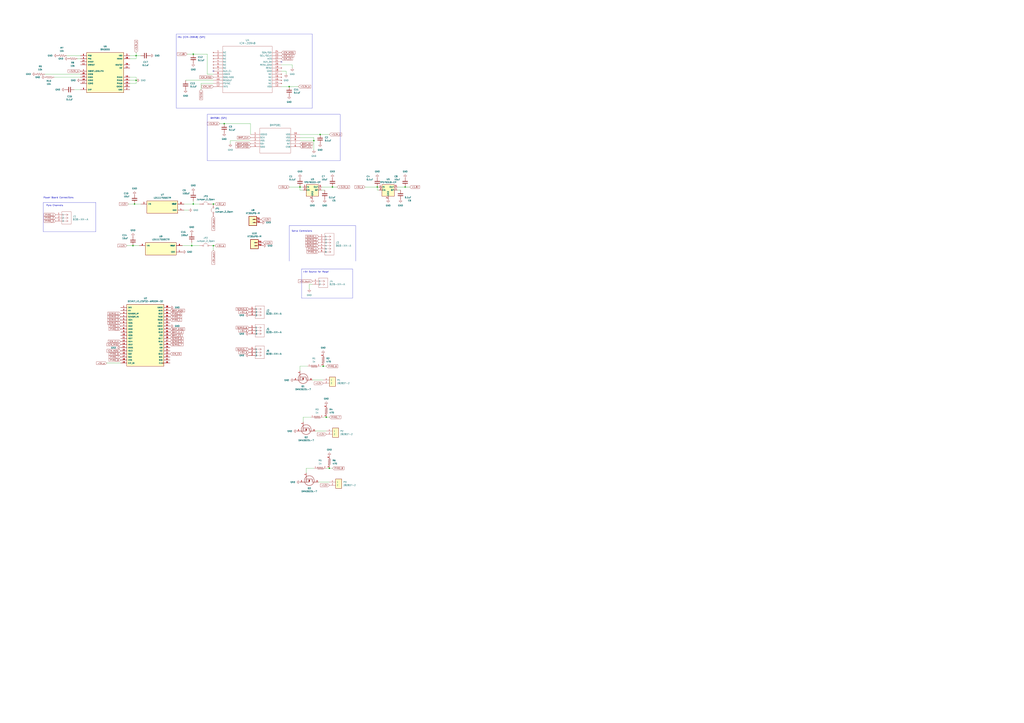
<source format=kicad_sch>
(kicad_sch (version 20250114) (generator "eeschema") (generator_version "9.0")
  (paper "A1")
  (rectangle (start 35.56 166.37) (end 78.74 190.5))
  (rectangle (start 247.65 220.98) (end 289.56 245.11))
  (rectangle (start 170.18 93.98) (end 279.4 132.08))
  (rectangle (start 144.78 27.94) (end 256.54 88.9))
  (text "+5V Source for Raspi" (at 259.334 223.52 0) (effects (font (size 1.27 1.27))))
  (text "Pyro Channels" (at 44.958 168.91 0) (effects (font (size 1.27 1.27))))
  (text "BMP581 (SPI)" (at 179.578 97.282 0) (effects (font (size 1.27 1.27))))
  (text "IMU (ICM-20948) (SPI)" (at 157.226 30.734 0) (effects (font (size 1.27 1.27))))
  (text "Power Board Connections" (at 48.006 162.56 0) (effects (font (size 1.27 1.27))))
  (text "Servo Controllers" (at 247.904 189.992 0) (effects (font (size 1.27 1.27))))
  (junction (at 111.76 66.04))
  (junction (at 309.88 153.67))
  (junction (at 111.76 45.72))
  (junction (at 109.22 201.93))
  (junction (at 257.81 115.57))
  (junction (at 237.49 71.12))
  (junction (at 262.89 110.49))
  (junction (at 158.75 44.45))
  (junction (at 332.74 153.67))
  (junction (at 157.48 201.93))
  (junction (at 175.26 167.64))
  (junction (at 265.43 300.99))
  (junction (at 246.38 153.67))
  (junction (at 110.49 167.64))
  (junction (at 273.05 153.67))
  (junction (at 267.97 342.9))
  (junction (at 184.15 101.6))
  (junction (at 175.26 201.93))
  (junction (at 158.75 167.64))
  (junction (at 270.51 384.81))
  (no_connect (at 175.26 58.42))
  (no_connect (at 231.14 50.8))
  (wire (pts (xy 237.49 153.67) (xy 246.38 153.67)))
  (wire (pts (xy 205.74 115.57) (xy 189.23 115.57)))
  (wire (pts (xy 104.14 201.93) (xy 109.22 201.93)))
  (wire (pts (xy 170.18 44.45) (xy 170.18 60.96)))
  (wire (pts (xy 158.75 167.64) (xy 163.83 167.64)))
  (wire (pts (xy 106.68 68.58) (xy 111.76 68.58)))
  (wire (pts (xy 246.38 110.49) (xy 262.89 110.49)))
  (wire (pts (xy 111.76 66.04) (xy 111.76 68.58)))
  (wire (pts (xy 175.26 68.58) (xy 165.1 68.58)))
  (wire (pts (xy 257.81 384.81) (xy 251.46 384.81)))
  (wire (pts (xy 109.22 201.93) (xy 114.3 201.93)))
  (wire (pts (xy 60.96 73.66) (xy 66.04 73.66)))
  (wire (pts (xy 262.89 110.49) (xy 270.51 110.49)))
  (wire (pts (xy 254 237.49) (xy 254 233.68)))
  (wire (pts (xy 158.75 165.1) (xy 158.75 167.64)))
  (polyline (pts (xy 292.1 214.63) (xy 292.1 185.42)))
  (wire (pts (xy 267.97 342.9) (xy 270.51 342.9)))
  (wire (pts (xy 36.83 60.96) (xy 66.04 60.96)))
  (wire (pts (xy 115.57 45.72) (xy 111.76 45.72)))
  (wire (pts (xy 311.15 156.21) (xy 309.88 156.21)))
  (wire (pts (xy 184.15 101.6) (xy 205.74 101.6)))
  (polyline (pts (xy 237.49 185.42) (xy 237.49 214.63)))
  (wire (pts (xy 175.26 201.93) (xy 175.26 205.74)))
  (wire (pts (xy 332.74 153.67) (xy 326.39 153.67)))
  (wire (pts (xy 265.43 300.99) (xy 267.97 300.99)))
  (wire (pts (xy 189.23 115.57) (xy 189.23 118.11)))
  (wire (pts (xy 336.55 153.67) (xy 332.74 153.67)))
  (wire (pts (xy 246.38 300.99) (xy 246.38 304.8)))
  (wire (pts (xy 106.68 63.5) (xy 111.76 63.5)))
  (wire (pts (xy 267.97 384.81) (xy 270.51 384.81)))
  (wire (pts (xy 111.76 48.26) (xy 111.76 45.72)))
  (wire (pts (xy 173.99 201.93) (xy 175.26 201.93)))
  (wire (pts (xy 252.73 300.99) (xy 246.38 300.99)))
  (wire (pts (xy 111.76 63.5) (xy 111.76 66.04)))
  (wire (pts (xy 157.48 201.93) (xy 163.83 201.93)))
  (wire (pts (xy 257.81 115.57) (xy 257.81 123.19)))
  (wire (pts (xy 273.05 153.67) (xy 276.86 153.67)))
  (wire (pts (xy 231.14 53.34) (xy 240.03 53.34)))
  (wire (pts (xy 256.54 312.42) (xy 265.43 312.42)))
  (wire (pts (xy 231.14 71.12) (xy 237.49 71.12)))
  (wire (pts (xy 153.67 44.45) (xy 158.75 44.45)))
  (wire (pts (xy 87.63 298.45) (xy 99.06 298.45)))
  (wire (pts (xy 105.41 167.64) (xy 110.49 167.64)))
  (wire (pts (xy 106.68 48.26) (xy 111.76 48.26)))
  (wire (pts (xy 248.92 156.21) (xy 246.38 156.21)))
  (wire (pts (xy 106.68 66.04) (xy 111.76 66.04)))
  (wire (pts (xy 205.74 110.49) (xy 205.74 101.6)))
  (wire (pts (xy 149.86 201.93) (xy 157.48 201.93)))
  (wire (pts (xy 246.38 156.21) (xy 246.38 153.67)))
  (wire (pts (xy 326.39 156.21) (xy 328.93 156.21)))
  (wire (pts (xy 44.45 63.5) (xy 66.04 63.5)))
  (wire (pts (xy 234.95 58.42) (xy 234.95 60.96)))
  (wire (pts (xy 151.13 172.72) (xy 154.94 172.72)))
  (wire (pts (xy 231.14 58.42) (xy 234.95 58.42)))
  (wire (pts (xy 157.48 199.39) (xy 157.48 201.93)))
  (wire (pts (xy 175.26 167.64) (xy 176.53 167.64)))
  (wire (pts (xy 246.38 153.67) (xy 248.92 153.67)))
  (wire (pts (xy 63.5 48.26) (xy 66.04 48.26)))
  (wire (pts (xy 259.08 354.33) (xy 267.97 354.33)))
  (wire (pts (xy 309.88 153.67) (xy 311.15 153.67)))
  (wire (pts (xy 251.46 384.81) (xy 251.46 388.62)))
  (wire (pts (xy 111.76 45.72) (xy 111.76 43.18)))
  (wire (pts (xy 170.18 60.96) (xy 175.26 60.96)))
  (wire (pts (xy 180.34 101.6) (xy 184.15 101.6)))
  (wire (pts (xy 246.38 115.57) (xy 257.81 115.57)))
  (wire (pts (xy 240.03 53.34) (xy 240.03 55.88)))
  (polyline (pts (xy 292.1 185.42) (xy 237.49 185.42)))
  (wire (pts (xy 175.26 201.93) (xy 176.53 201.93)))
  (wire (pts (xy 262.89 300.99) (xy 265.43 300.99)))
  (wire (pts (xy 270.51 384.81) (xy 273.05 384.81)))
  (wire (pts (xy 261.62 396.24) (xy 270.51 396.24)))
  (wire (pts (xy 173.99 167.64) (xy 175.26 167.64)))
  (wire (pts (xy 255.27 342.9) (xy 248.92 342.9)))
  (wire (pts (xy 152.4 66.04) (xy 175.26 66.04)))
  (wire (pts (xy 106.68 45.72) (xy 111.76 45.72)))
  (wire (pts (xy 248.92 342.9) (xy 248.92 346.71)))
  (wire (pts (xy 246.38 113.03) (xy 257.81 113.03)))
  (wire (pts (xy 110.49 167.64) (xy 115.57 167.64)))
  (wire (pts (xy 264.16 153.67) (xy 273.05 153.67)))
  (wire (pts (xy 257.81 113.03) (xy 257.81 115.57)))
  (wire (pts (xy 151.13 167.64) (xy 158.75 167.64)))
  (wire (pts (xy 265.43 342.9) (xy 267.97 342.9)))
  (wire (pts (xy 165.1 68.58) (xy 165.1 73.66)))
  (wire (pts (xy 237.49 71.12) (xy 245.11 71.12)))
  (wire (pts (xy 264.16 156.21) (xy 266.7 156.21)))
  (wire (pts (xy 299.72 153.67) (xy 309.88 153.67)))
  (wire (pts (xy 309.88 156.21) (xy 309.88 153.67)))
  (wire (pts (xy 254 233.68) (xy 256.54 233.68)))
  (wire (pts (xy 54.61 45.72) (xy 66.04 45.72)))
  (wire (pts (xy 158.75 44.45) (xy 170.18 44.45)))
  (global_label "+12V" (shape input) (at 265.43 314.96 180) (property "Intersheetrefs" "${INTERSHEET_REFS}" (effects (hide yes))))
  (global_label "+3.3V_b" (shape input) (at 66.04 58.42 180) (property "Intersheetrefs" "${INTERSHEET_REFS}" (effects (hide yes))))
  (global_label "ICM_CS" (shape input) (at 139.7 290.83 0) (property "Intersheetrefs" "${INTERSHEET_REFS}" (effects (hide yes))))
  (global_label "ICM_MISO" (shape input) (at 99.06 283.21 180) (property "Intersheetrefs" "${INTERSHEET_REFS}" (effects (hide yes))))
  (global_label "SERVO_2" (shape input) (at 261.62 196.85 180) (property "Intersheetrefs" "${INTERSHEET_REFS}" (effects (hide yes))))
  (global_label "+3.3V_b" (shape input) (at 111.76 43.18 90) (property "Intersheetrefs" "${INTERSHEET_REFS}" (effects (hide yes))))
  (global_label "PYRO_8" (shape input) (at 273.05 384.81 0) (property "Intersheetrefs" "${INTERSHEET_REFS}" (effects (hide yes))))
  (global_label "+5V_buck" (shape input) (at 175.26 177.8 270) (property "Intersheetrefs" "${INTERSHEET_REFS}" (effects (hide yes))))
  (global_label "BMP_MISO" (shape input) (at 139.7 270.51 0) (property "Intersheetrefs" "${INTERSHEET_REFS}" (effects (hide yes))))
  (global_label "+5V_b" (shape input) (at 237.49 153.67 180) (property "Intersheetrefs" "${INTERSHEET_REFS}" (effects (hide yes))))
  (global_label "ICM_MOSI" (shape input) (at 99.06 288.29 180) (property "Intersheetrefs" "${INTERSHEET_REFS}" (effects (hide yes))))
  (global_label "+5V_b" (shape input) (at 299.72 153.67 180) (property "Intersheetrefs" "${INTERSHEET_REFS}" (effects (hide yes))))
  (global_label "PYRO_6" (shape input) (at 99.06 290.83 180) (property "Intersheetrefs" "${INTERSHEET_REFS}" (effects (hide yes))))
  (global_label "PYRO_1" (shape input) (at 139.7 262.89 0) (property "Intersheetrefs" "${INTERSHEET_REFS}" (effects (hide yes))))
  (global_label "BMP_CLK" (shape input) (at 139.7 273.05 0) (property "Intersheetrefs" "${INTERSHEET_REFS}" (effects (hide yes))))
  (global_label "PYRO_7" (shape input) (at 270.51 342.9 0) (property "Intersheetrefs" "${INTERSHEET_REFS}" (effects (hide yes))))
  (global_label "ICM_MOSI" (shape input) (at 231.14 43.18 0) (property "Intersheetrefs" "${INTERSHEET_REFS}" (effects (hide yes))))
  (global_label "BMP_MISO" (shape input) (at 205.74 120.65 180) (property "Intersheetrefs" "${INTERSHEET_REFS}" (effects (hide yes))))
  (global_label "+3.3V_b" (shape input) (at 270.51 110.49 0) (property "Intersheetrefs" "${INTERSHEET_REFS}" (effects (hide yes))))
  (global_label "FSYNC" (shape input) (at 165.1 73.66 270) (property "Intersheetrefs" "${INTERSHEET_REFS}" (effects (hide yes))))
  (global_label "PYRO_2" (shape input) (at 139.7 260.35 0) (property "Intersheetrefs" "${INTERSHEET_REFS}" (effects (hide yes))))
  (global_label "ICM_CLK" (shape input) (at 99.06 280.67 180) (property "Intersheetrefs" "${INTERSHEET_REFS}" (effects (hide yes))))
  (global_label "+3.3V_b" (shape input) (at 180.34 101.6 180) (property "Intersheetrefs" "${INTERSHEET_REFS}" (effects (hide yes))))
  (global_label "PYRO_2" (shape input) (at 45.72 179.07 180) (property "Intersheetrefs" "${INTERSHEET_REFS}" (effects (hide yes))))
  (global_label "+12V" (shape input) (at 104.14 201.93 180) (property "Intersheetrefs" "${INTERSHEET_REFS}" (effects (hide yes))))
  (global_label "+5V_buck" (shape input) (at 256.54 231.14 180) (property "Intersheetrefs" "${INTERSHEET_REFS}" (effects (hide yes))))
  (global_label "SERVO_7" (shape input) (at 139.7 283.21 0) (property "Intersheetrefs" "${INTERSHEET_REFS}" (effects (hide yes))))
  (global_label "+5V_a" (shape input) (at 87.63 298.45 180) (property "Intersheetrefs" "${INTERSHEET_REFS}" (effects (hide yes))))
  (global_label "+12V" (shape input) (at 215.9 199.39 0) (property "Intersheetrefs" "${INTERSHEET_REFS}" (effects (hide yes))))
  (global_label "PYRO_1" (shape input) (at 45.72 176.53 180) (property "Intersheetrefs" "${INTERSHEET_REFS}" (effects (hide yes))))
  (global_label "ICM_CLK" (shape input) (at 231.14 45.72 0) (property "Intersheetrefs" "${INTERSHEET_REFS}" (effects (hide yes))))
  (global_label "PYRO_5" (shape input) (at 261.62 207.01 180) (property "Intersheetrefs" "${INTERSHEET_REFS}" (effects (hide yes))))
  (global_label "+12V" (shape input) (at 270.51 398.78 180) (property "Intersheetrefs" "${INTERSHEET_REFS}" (effects (hide yes))))
  (global_label "PYRO_3" (shape input) (at 45.72 181.61 180) (property "Intersheetrefs" "${INTERSHEET_REFS}" (effects (hide yes))))
  (global_label "+5V_buck" (shape input) (at 175.26 205.74 270) (property "Intersheetrefs" "${INTERSHEET_REFS}" (effects (hide yes))))
  (global_label "+5V_b" (shape input) (at 204.47 271.78 180) (property "Intersheetrefs" "${INTERSHEET_REFS}" (effects (hide yes))))
  (global_label "PYRO_3" (shape input) (at 139.7 257.81 0) (property "Intersheetrefs" "${INTERSHEET_REFS}" (effects (hide yes))))
  (global_label "BMP_MOSI" (shape input) (at 139.7 255.27 0) (property "Intersheetrefs" "${INTERSHEET_REFS}" (effects (hide yes))))
  (global_label "ICM_INT" (shape input) (at 175.26 71.12 180) (property "Intersheetrefs" "${INTERSHEET_REFS}" (effects (hide yes))))
  (global_label "+3.3V_b" (shape input) (at 276.86 153.67 0) (property "Intersheetrefs" "${INTERSHEET_REFS}" (effects (hide yes))))
  (global_label "SERVO_5" (shape input) (at 139.7 280.67 0) (property "Intersheetrefs" "${INTERSHEET_REFS}" (effects (hide yes))))
  (global_label "BMP_INT" (shape input) (at 246.38 118.11 0) (property "Intersheetrefs" "${INTERSHEET_REFS}" (effects (hide yes))))
  (global_label "SERVO_6" (shape input) (at 139.7 278.13 0) (property "Intersheetrefs" "${INTERSHEET_REFS}" (effects (hide yes))))
  (global_label "+5V_b" (shape input) (at 204.47 289.56 180) (property "Intersheetrefs" "${INTERSHEET_REFS}" (effects (hide yes))))
  (global_label "ICM_MISO" (shape input) (at 175.26 63.5 180) (property "Intersheetrefs" "${INTERSHEET_REFS}" (effects (hide yes))))
  (global_label "SERVO_1" (shape input) (at 261.62 194.31 180) (property "Intersheetrefs" "${INTERSHEET_REFS}" (effects (hide yes))))
  (global_label "+3.3V_b" (shape input) (at 245.11 71.12 0) (property "Intersheetrefs" "${INTERSHEET_REFS}" (effects (hide yes))))
  (global_label "+5V_b" (shape input) (at 176.53 201.93 0) (property "Intersheetrefs" "${INTERSHEET_REFS}" (effects (hide yes))))
  (global_label "SERVO_6" (shape input) (at 204.47 269.24 180) (property "Intersheetrefs" "${INTERSHEET_REFS}" (effects (hide yes))))
  (global_label "SERVO_3" (shape input) (at 99.06 262.89 180) (property "Intersheetrefs" "${INTERSHEET_REFS}" (effects (hide yes))))
  (global_label "PYRO_5" (shape input) (at 99.06 270.51 180) (property "Intersheetrefs" "${INTERSHEET_REFS}" (effects (hide yes))))
  (global_label "+1.8V" (shape input) (at 153.67 44.45 180) (property "Intersheetrefs" "${INTERSHEET_REFS}" (effects (hide yes))))
  (global_label "SERVO_1" (shape input) (at 99.06 257.81 180) (property "Intersheetrefs" "${INTERSHEET_REFS}" (effects (hide yes))))
  (global_label "SERVO_3" (shape input) (at 261.62 199.39 180) (property "Intersheetrefs" "${INTERSHEET_REFS}" (effects (hide yes))))
  (global_label "SERVO_2" (shape input) (at 99.06 260.35 180) (property "Intersheetrefs" "${INTERSHEET_REFS}" (effects (hide yes))))
  (global_label "PYRO_7" (shape input) (at 99.06 293.37 180) (property "Intersheetrefs" "${INTERSHEET_REFS}" (effects (hide yes))))
  (global_label "+12V" (shape input) (at 105.41 167.64 180) (property "Intersheetrefs" "${INTERSHEET_REFS}" (effects (hide yes))))
  (global_label "SERVO_5" (shape input) (at 204.47 254 180) (property "Intersheetrefs" "${INTERSHEET_REFS}" (effects (hide yes))))
  (global_label "+5V_b" (shape input) (at 204.47 256.54 180) (property "Intersheetrefs" "${INTERSHEET_REFS}" (effects (hide yes))))
  (global_label "+1.8V" (shape input) (at 336.55 153.67 0) (property "Intersheetrefs" "${INTERSHEET_REFS}" (effects (hide yes))))
  (global_label "ICM_CS" (shape input) (at 231.14 48.26 0) (property "Intersheetrefs" "${INTERSHEET_REFS}" (effects (hide yes))))
  (global_label "BMP_CLK" (shape input) (at 205.74 113.03 180) (property "Intersheetrefs" "${INTERSHEET_REFS}" (effects (hide yes))))
  (global_label "PYRO_4" (shape input) (at 99.06 267.97 180) (property "Intersheetrefs" "${INTERSHEET_REFS}" (effects (hide yes))))
  (global_label "PYRO_4" (shape input) (at 261.62 204.47 180) (property "Intersheetrefs" "${INTERSHEET_REFS}" (effects (hide yes))))
  (global_label "PYRO_8" (shape input) (at 99.06 295.91 180) (property "Intersheetrefs" "${INTERSHEET_REFS}" (effects (hide yes))))
  (global_label "+12V" (shape input) (at 267.97 356.87 180) (property "Intersheetrefs" "${INTERSHEET_REFS}" (effects (hide yes))))
  (global_label "SERVO_7" (shape input) (at 204.47 287.02 180) (property "Intersheetrefs" "${INTERSHEET_REFS}" (effects (hide yes))))
  (global_label "+5V_a" (shape input) (at 176.53 167.64 0) (property "Intersheetrefs" "${INTERSHEET_REFS}" (effects (hide yes))))
  (global_label "+12V" (shape input) (at 214.63 180.34 0) (property "Intersheetrefs" "${INTERSHEET_REFS}" (effects (hide yes))))
  (global_label "SERVO_4" (shape input) (at 261.62 201.93 180) (property "Intersheetrefs" "${INTERSHEET_REFS}" (effects (hide yes))))
  (global_label "BMP_CS" (shape input) (at 139.7 275.59 0) (property "Intersheetrefs" "${INTERSHEET_REFS}" (effects (hide yes))))
  (global_label "BMP_CS" (shape input) (at 246.38 120.65 0) (property "Intersheetrefs" "${INTERSHEET_REFS}" (effects (hide yes))))
  (global_label "PYRO_6" (shape input) (at 267.97 300.99 0) (property "Intersheetrefs" "${INTERSHEET_REFS}" (effects (hide yes))))
  (global_label "SERVO_4" (shape input) (at 99.06 265.43 180) (property "Intersheetrefs" "${INTERSHEET_REFS}" (effects (hide yes))))
  (global_label "BMP_MOSI" (shape input) (at 205.74 118.11 180) (property "Intersheetrefs" "${INTERSHEET_REFS}" (effects (hide yes))))
  (symbol (lib_id "Device:C") (at 110.49 163.83 0) (unit 1)
    (property "Reference" "C10" (at 101.6 159.004 0) (effects (justify left)))
    (property "Value" "10uF" (at 101.6 161.544 0) (effects (justify left)))
    (property "Footprint" "Capacitors:C_0805_2012Metric_Pad1.18x1.45mm_HandSolder" (effects (hide yes)))
    (property "Description" "Unpolarized capacitor" (effects (hide yes)))
  )
  (symbol (lib_id "Jumper:Jumper_2_Open") (at 175.26 172.72 90) (unit 1)
    (property "Reference" "JP1" (at 176.53 171.4499 90) (effects (justify right)))
    (property "Value" "Jumper_2_Open" (at 176.53 173.9899 90) (effects (justify right)))
    (property "Footprint" "Jumper:SolderJumper-2_P1.3mm_Open_RoundedPad1.0x1.5mm" (effects (hide yes)))
    (property "Description" "Jumper, 2-pole, open" (effects (hide yes)))
  )
  (symbol (lib_id "power:GND") (at 254 237.49 0) (unit 1)
    (property "Reference" "#PWR044" (effects (hide yes)))
    (property "Value" "GND" (at 254 242.57 0))
    (property "Description" "Power symbol creates a global label with name \"GND\" , ground" (effects (hide yes)))
  )
  (symbol (lib_id "power:GND") (at 243.84 354.33 270) (unit 1)
    (property "Reference" "#PWR056" (effects (hide yes)))
    (property "Value" "GND" (at 240.03 354.3299 90) (effects (justify right)))
    (property "Description" "Power symbol creates a global label with name \"GND\" , ground" (effects (hide yes)))
  )
  (symbol (lib_id "power:GND") (at 66.04 66.04 270) (unit 1)
    (property "Reference" "#PWR061" (effects (hide yes)))
    (property "Value" "GND" (at 62.23 66.0399 90) (effects (justify right)))
    (property "Description" "Power symbol creates a global label with name \"GND\" , ground" (effects (hide yes)))
  )
  (symbol (lib_id "Device:C") (at 309.88 149.86 0) (unit 1)
    (property "Reference" "C4" (at 300.99 145.034 0) (effects (justify left)))
    (property "Value" "0.1uF" (at 300.99 147.574 0) (effects (justify left)))
    (property "Footprint" "Capacitors:C_0805_2012Metric_Pad1.18x1.45mm_HandSolder" (effects (hide yes)))
    (property "Description" "Unpolarized capacitor" (effects (hide yes)))
  )
  (symbol (lib_id "2025-01-02_04-55-45:B6B-XH-A") (at 261.62 194.31 0) (unit 1)
    (property "Reference" "J3" (at 275.59 199.3899 0) (effects (font (size 1.524 1.524)) (justify left)))
    (property "Value" "B6B-XH-A" (at 275.59 201.9299 0) (effects (font (size 1.524 1.524)) (justify left)))
    (property "Footprint" "Connector_JST:JST_XH_B6B-XH-A_1x06_P2.50mm_Vertical" (effects (hide yes)))
    (property "Datasheet" "B6B-XH-A" (effects (hide yes)))
  )
  (symbol (lib_id "DMN3023L-7:DMN3023L-7") (at 248.92 309.88 270) (unit 1)
    (property "Reference" "Q1" (at 248.92 317.5 90))
    (property "Value" "DMN3023L-7" (at 248.92 320.04 90))
    (property "Footprint" "FETS:SOT96P240X100-3N" (effects (hide yes)))
    (property "MF" "Diodes Incorporated" (effects (hide yes)))
    (property "DESCRIPTION" "MOSFET N-CH 30V 6.2A SOT23" (effects (hide yes)))
    (property "Package" "None" (effects (hide yes)))
    (property "SUPPLIER_PART_NUMBER" "DMN3023L-7DICT-ND" (effects (hide yes)))
    (property "Price" "None" (effects (hide yes)))
    (property "Check_prices" "https://www.snapeda.com/parts/DMN3023L7/Diodes+Inc./view-part/?ref=eda" (effects (hide yes)))
    (property "VALUE" "DMN3023L-7" (effects (hide yes)))
    (property "SUPPLIER" "Digikey" (effects (hide yes)))
    (property "SnapEDA_Link" "https://www.snapeda.com/parts/DMN3023L7/Diodes+Inc./view-part/?ref=snap" (effects (hide yes)))
    (property "MP" "DMN3023L7" (effects (hide yes)))
    (property "FOOTPRINT" "SOT23" (effects (hide yes)))
    (property "Description_1" "N-Channel 30 V 6.2A (Ta) 900mW (Ta) Surface Mount SOT-23-3" (effects (hide yes)))
    (property "Availability" "In Stock" (effects (hide yes)))
    (property "MANUFACTURER_PART_NUMBER" "DMN3023L-7" (effects (hide yes)))
  )
  (symbol (lib_id "2025-01-04_00-10-29:BMP581") (at 205.74 110.49 0) (unit 1)
    (property "Reference" "U1" (effects (hide yes)))
    (property "Value" "BMP581" (at 226.06 102.87 0) (effects (font (size 1.524 1.524))))
    (property "Footprint" "footprints:QFN10_BMP581_BOS" (effects (hide yes)))
    (property "Datasheet" "BMP581" (effects (hide yes)))
  )
  (symbol (lib_id "DMN3023L-7:DMN3023L-7") (at 251.46 351.79 270) (unit 1)
    (property "Reference" "Q2" (at 251.46 359.41 90))
    (property "Value" "DMN3023L-7" (at 251.46 361.95 90))
    (property "Footprint" "FETS:SOT96P240X100-3N" (effects (hide yes)))
    (property "MF" "Diodes Incorporated" (effects (hide yes)))
    (property "DESCRIPTION" "MOSFET N-CH 30V 6.2A SOT23" (effects (hide yes)))
    (property "Package" "None" (effects (hide yes)))
    (property "SUPPLIER_PART_NUMBER" "DMN3023L-7DICT-ND" (effects (hide yes)))
    (property "Price" "None" (effects (hide yes)))
    (property "Check_prices" "https://www.snapeda.com/parts/DMN3023L7/Diodes+Inc./view-part/?ref=eda" (effects (hide yes)))
    (property "VALUE" "DMN3023L-7" (effects (hide yes)))
    (property "SUPPLIER" "Digikey" (effects (hide yes)))
    (property "SnapEDA_Link" "https://www.snapeda.com/parts/DMN3023L7/Diodes+Inc./view-part/?ref=snap" (effects (hide yes)))
    (property "MP" "DMN3023L7" (effects (hide yes)))
    (property "FOOTPRINT" "SOT23" (effects (hide yes)))
    (property "Description_1" "N-Channel 30 V 6.2A (Ta) 900mW (Ta) Surface Mount SOT-23-3" (effects (hide yes)))
    (property "Availability" "In Stock" (effects (hide yes)))
    (property "MANUFACTURER_PART_NUMBER" "DMN3023L-7" (effects (hide yes)))
  )
  (symbol (lib_id "2025-01-01_02-21-05:B3B-XH-A") (at 45.72 176.53 0) (unit 1)
    (property "Reference" "J1" (at 59.69 177.7999 0) (effects (font (size 1.524 1.524)) (justify left)))
    (property "Value" "B3B-XH-A" (at 59.69 180.3399 0) (effects (font (size 1.524 1.524)) (justify left)))
    (property "Footprint" "B3B:CONN_B3B-XH-A_JST" (effects (hide yes)))
    (property "Datasheet" "B3B-XH-A" (effects (hide yes)))
  )
  (symbol (lib_id "Device:C") (at 246.38 149.86 0) (unit 1)
    (property "Reference" "C1" (at 237.49 145.034 0) (effects (justify left)))
    (property "Value" "0.1uF" (at 237.49 147.574 0) (effects (justify left)))
    (property "Footprint" "Capacitors:C_0805_2012Metric_Pad1.18x1.45mm_HandSolder" (effects (hide yes)))
    (property "Description" "Unpolarized capacitor" (effects (hide yes)))
  )
  (symbol (lib_id "Device:C") (at 109.22 198.12 0) (unit 1)
    (property "Reference" "C14" (at 100.33 193.294 0) (effects (justify left)))
    (property "Value" "10uF" (at 100.33 195.834 0) (effects (justify left)))
    (property "Footprint" "Capacitors:C_0805_2012Metric_Pad1.18x1.45mm_HandSolder" (effects (hide yes)))
    (property "Description" "Unpolarized capacitor" (effects (hide yes)))
  )
  (symbol (lib_id "power:GND") (at 204.47 259.08 270) (unit 1)
    (property "Reference" "#PWR053" (effects (hide yes)))
    (property "Value" "GND" (at 200.66 259.0799 90) (effects (justify right)))
    (property "Description" "Power symbol creates a global label with name \"GND\" , ground" (effects (hide yes)))
  )
  (symbol (lib_id "Device:R_US") (at 59.69 48.26 270) (unit 1)
    (property "Reference" "R8" (at 59.69 51.562 90))
    (property "Value" "10k" (at 59.69 54.102 90))
    (property "Description" "Resistor, US symbol" (effects (hide yes)))
  )
  (symbol (lib_id "power:GND") (at 309.88 146.05 180) (unit 1)
    (property "Reference" "#PWR011" (effects (hide yes)))
    (property "Value" "GND" (at 309.88 140.97 0))
    (property "Description" "Power symbol creates a global label with name \"GND\" , ground" (effects (hide yes)))
  )
  (symbol (lib_id "power:GND") (at 267.97 332.74 180) (unit 1)
    (property "Reference" "#PWR057" (effects (hide yes)))
    (property "Value" "GND" (at 267.97 327.66 0))
    (property "Description" "Power symbol creates a global label with name \"GND\" , ground" (effects (hide yes)))
  )
  (symbol (lib_id "power:GND") (at 149.86 207.01 90) (unit 1)
    (property "Reference" "#PWR019" (effects (hide yes)))
    (property "Value" "GND" (at 153.67 207.0099 90) (effects (justify right)))
    (property "Description" "Power symbol creates a global label with name \"GND\" , ground" (effects (hide yes)))
  )
  (symbol (lib_id "Device:C") (at 237.49 74.93 0) (unit 1)
    (property "Reference" "C11" (at 241.3 73.6599 0) (effects (justify left)))
    (property "Value" "0.1uF" (at 241.3 76.1999 0) (effects (justify left)))
    (property "Footprint" "Capacitors:C_0805_2012Metric_Pad1.18x1.45mm_HandSolder" (effects (hide yes)))
    (property "Description" "Unpolarized capacitor" (effects (hide yes)))
  )
  (symbol (lib_id "Device:C") (at 119.38 45.72 90) (unit 1)
    (property "Reference" "C17" (at 119.634 51.054 90))
    (property "Value" "0.1uF" (at 119.634 53.594 90))
    (property "Footprint" "Capacitors:C_0805_2012Metric_Pad1.18x1.45mm_HandSolder" (effects (hide yes)))
    (property "Description" "Unpolarized capacitor" (effects (hide yes)))
  )
  (symbol (lib_id "power:GND") (at 237.49 78.74 0) (unit 1)
    (property "Reference" "#PWR039" (effects (hide yes)))
    (property "Value" "GND" (at 237.49 83.82 0))
    (property "Description" "Power symbol creates a global label with name \"GND\" , ground" (effects (hide yes)))
  )
  (symbol (lib_id "Device:R_US") (at 33.02 60.96 90) (unit 1)
    (property "Reference" "R9" (at 33.02 54.61 90))
    (property "Value" "10k" (at 33.02 57.15 90))
    (property "Description" "Resistor, US symbol" (effects (hide yes)))
  )
  (symbol (lib_id "power:GND") (at 46.99 45.72 270) (unit 1)
    (property "Reference" "#PWR047" (effects (hide yes)))
    (property "Value" "GND" (at 43.18 45.7199 90) (effects (justify right)))
    (property "Description" "Power symbol creates a global label with name \"GND\" , ground" (effects (hide yes)))
  )
  (symbol (lib_id "power:GND") (at 158.75 157.48 180) (unit 1)
    (property "Reference" "#PWR016" (effects (hide yes)))
    (property "Value" "GND" (at 158.75 152.4 0))
    (property "Description" "Power symbol creates a global label with name \"GND\" , ground" (effects (hide yes)))
  )
  (symbol (lib_id "power:GND") (at 110.49 160.02 180) (unit 1)
    (property "Reference" "#PWR017" (effects (hide yes)))
    (property "Value" "GND" (at 110.49 154.94 0))
    (property "Description" "Power symbol creates a global label with name \"GND\" , ground" (effects (hide yes)))
  )
  (symbol (lib_id "Device:R_US") (at 50.8 45.72 90) (unit 1)
    (property "Reference" "R7" (at 50.8 39.37 90))
    (property "Value" "10k" (at 50.8 41.91 90))
    (property "Description" "Resistor, US symbol" (effects (hide yes)))
  )
  (symbol (lib_id "power:GND") (at 184.15 109.22 0) (unit 1)
    (property "Reference" "#PWR08" (effects (hide yes)))
    (property "Value" "GND" (at 184.15 114.3 0))
    (property "Description" "Power symbol creates a global label with name \"GND\" , ground" (effects (hide yes)))
  )
  (symbol (lib_id "8-2176243-2:8-2176243-2") (at 267.97 337.82 90) (unit 1)
    (property "Reference" "R4" (at 270.51 336.5499 90) (effects (justify right)))
    (property "Value" "470" (at 270.51 339.0899 90) (effects (justify right)))
    (property "Footprint" "Resistor:R_0805_2012Metric_Pad1.20x1.40mm_HandSolder" (effects (hide yes)))
    (property "Comment" "8-2176243-2" (effects (hide yes)))
    (property "MF" "TE Connectivity" (effects (hide yes)))
    (property "Description_1" "CRGS0603 Anti-Surge Resistor 5% 5M6" (effects (hide yes)))
    (property "Package" "None" (effects (hide yes)))
    (property "Price" "None" (effects (hide yes)))
    (property "SnapEDA_Link" "https://www.snapeda.com/parts/8-2176243-2/TE+Connectivity+AMP+Connectors/view-part/?ref=snap" (effects (hide yes)))
    (property "MP" "8-2176243-2" (effects (hide yes)))
    (property "Availability" "In Stock" (effects (hide yes)))
    (property "Check_prices" "https://www.snapeda.com/parts/8-2176243-2/TE+Connectivity+AMP+Connectors/view-part/?ref=eda" (effects (hide yes)))
  )
  (symbol (lib_id "Device:C") (at 152.4 69.85 0) (unit 1)
    (property "Reference" "C13" (at 156.21 68.5799 0) (effects (justify left)))
    (property "Value" "0.1uF" (at 156.21 71.1199 0) (effects (justify left)))
    (property "Footprint" "Capacitors:C_0805_2012Metric_Pad1.18x1.45mm_HandSolder" (effects (hide yes)))
    (property "Description" "Unpolarized capacitor" (effects (hide yes)))
  )
  (symbol (lib_id "power:GND") (at 332.74 146.05 180) (unit 1)
    (property "Reference" "#PWR04" (effects (hide yes)))
    (property "Value" "GND" (at 332.74 140.97 0))
    (property "Description" "Power symbol creates a global label with name \"GND\" , ground" (effects (hide yes)))
  )
  (symbol (lib_id "XT30UPB-M:XT30UPB-M") (at 207.01 182.88 0) (unit 1)
    (property "Reference" "U8" (at 207.645 172.72 0))
    (property "Value" "XT30UPB-M" (at 207.645 175.26 0))
    (property "Footprint" "XTConnectors:XT30UPB-M" (effects (hide yes)))
    (property "MF" "amass" (effects (hide yes)))
    (property "Description_1" "Socket; DC supply; XT30; male; PIN: 2; on PCBs; THT; yellow; 15A; 500V" (effects (hide yes)))
    (property "Package" "None" (effects (hide yes)))
    (property "Price" "None" (effects (hide yes)))
    (property "SnapEDA_Link" "https://www.snapeda.com/parts/XT30UPB-M/AMASS/view-part/?ref=snap" (effects (hide yes)))
    (property "MP" "XT30UPB-M" (effects (hide yes)))
    (property "Availability" "Not in stock" (effects (hide yes)))
    (property "Check_prices" "https://www.snapeda.com/parts/XT30UPB-M/AMASS/view-part/?ref=eda" (effects (hide yes)))
  )
  (symbol (lib_id "power:GND") (at 265.43 290.83 180) (unit 1)
    (property "Reference" "#PWR054" (effects (hide yes)))
    (property "Value" "GND" (at 265.43 285.75 0))
    (property "Description" "Power symbol creates a global label with name \"GND\" , ground" (effects (hide yes)))
  )
  (symbol (lib_id "LD1117S50CTR:LD1117S50CTR") (at 132.08 204.47 0) (unit 1)
    (property "Reference" "U9" (at 132.08 194.31 0))
    (property "Value" "LD1117S50CTR" (at 132.08 196.85 0))
    (property "Footprint" "LD1117S50CTRlib:LD1117S50CTR" (effects (hide yes)))
    (property "MF" "STMicroelectronics" (effects (hide yes)))
    (property "MAXIMUM_PACKAGE_HEIGHT" "1.8 mm" (effects (hide yes)))
    (property "Package" "SOT-223 STMicroelectronics" (effects (hide yes)))
    (property "Price" "None" (effects (hide yes)))
    (property "Check_prices" "https://www.snapeda.com/parts/LD1117S50CTR/STMicroelectronics/view-part/?ref=eda" (effects (hide yes)))
    (property "STANDARD" "IPC 7351B" (effects (hide yes)))
    (property "PARTREV" "37" (effects (hide yes)))
    (property "SnapEDA_Link" "https://www.snapeda.com/parts/LD1117S50CTR/STMicroelectronics/view-part/?ref=snap" (effects (hide yes)))
    (property "MP" "LD1117S50CTR" (effects (hide yes)))
    (property "Description_1" "Linear Voltage Regulator IC Positive Fixed 1 Output  800mA SOT-223" (effects (hide yes)))
    (property "Availability" "In Stock" (effects (hide yes)))
    (property "MANUFACTURER" "STMicroelectronics" (effects (hide yes)))
  )
  (symbol (lib_id "LD1117S50CTR:LD1117S50CTR") (at 133.35 170.18 0) (unit 1)
    (property "Reference" "U7" (at 133.35 160.02 0))
    (property "Value" "LD1117S50CTR" (at 133.35 162.56 0))
    (property "Footprint" "LD1117S50CTRlib:LD1117S50CTR" (effects (hide yes)))
    (property "MF" "STMicroelectronics" (effects (hide yes)))
    (property "MAXIMUM_PACKAGE_HEIGHT" "1.8 mm" (effects (hide yes)))
    (property "Package" "SOT-223 STMicroelectronics" (effects (hide yes)))
    (property "Price" "None" (effects (hide yes)))
    (property "Check_prices" "https://www.snapeda.com/parts/LD1117S50CTR/STMicroelectronics/view-part/?ref=eda" (effects (hide yes)))
    (property "STANDARD" "IPC 7351B" (effects (hide yes)))
    (property "PARTREV" "37" (effects (hide yes)))
    (property "SnapEDA_Link" "https://www.snapeda.com/parts/LD1117S50CTR/STMicroelectronics/view-part/?ref=snap" (effects (hide yes)))
    (property "MP" "LD1117S50CTR" (effects (hide yes)))
    (property "Description_1" "Linear Voltage Regulator IC Positive Fixed 1 Output  800mA SOT-223" (effects (hide yes)))
    (property "Availability" "In Stock" (effects (hide yes)))
    (property "MANUFACTURER" "STMicroelectronics" (effects (hide yes)))
  )
  (symbol (lib_id "power:GND") (at 189.23 118.11 0) (unit 1)
    (property "Reference" "#PWR06" (effects (hide yes)))
    (property "Value" "GND" (at 189.23 123.19 0))
    (property "Description" "Power symbol creates a global label with name \"GND\" , ground" (effects (hide yes)))
  )
  (symbol (lib_id "282837-2:282837-2") (at 273.05 312.42 0) (unit 1)
    (property "Reference" "P1" (at 276.86 312.4199 0) (effects (justify left)))
    (property "Value" "282837-2" (at 276.86 314.9599 0) (effects (justify left)))
    (property "Footprint" "ScrewTerminal:CUI_TB002-500-02BE" (effects (hide yes)))
    (property "Comment" "282837-2" (effects (hide yes)))
    (property "MF" "TE Connectivity" (effects (hide yes)))
    (property "DESCRIPTION" "TERMINAL BLOCK 3.5MM 2POS PCB" (effects (hide yes)))
    (property "PACKAGE" "None" (effects (hide yes)))
    (property "PRICE" "0.28 USD" (effects (hide yes)))
    (property "Package" "None" (effects (hide yes)))
    (property "Check_prices" "https://www.snapeda.com/parts/282837-2/TE+Connectivity+AMP+Connectors/view-part/?ref=eda" (effects (hide yes)))
    (property "Price" "None" (effects (hide yes)))
    (property "PARTREV" "G3" (effects (hide yes)))
    (property "SnapEDA_Link" "https://www.snapeda.com/parts/282837-2/TE+Connectivity+AMP+Connectors/view-part/?ref=snap" (effects (hide yes)))
    (property "MP" "282837-2" (effects (hide yes)))
    (property "Availability" "In Stock" (effects (hide yes)))
    (property "AVAILABILITY" "Good" (effects (hide yes)))
    (property "Description_1" "Terminal Block Connector Wire Receptacle 2 5.08 mm 30-16 AWG Green 13.5 A 250 V | TE Connectivity 282837-2" (effects (hide yes)))
  )
  (symbol (lib_id "power:GND") (at 109.22 194.31 180) (unit 1)
    (property "Reference" "#PWR018" (effects (hide yes)))
    (property "Value" "GND" (at 109.22 189.23 0))
    (property "Description" "Power symbol creates a global label with name \"GND\" , ground" (effects (hide yes)))
  )
  (symbol (lib_id "power:GND") (at 215.9 201.93 90) (unit 1)
    (property "Reference" "#PWR022" (effects (hide yes)))
    (property "Value" "GND" (at 219.71 201.9299 90) (effects (justify right)))
    (property "Description" "Power symbol creates a global label with name \"GND\" , ground" (effects (hide yes)))
  )
  (symbol (lib_id "8-2176243-2:8-2176243-2") (at 260.35 342.9 0) (unit 1)
    (property "Reference" "R3" (at 260.35 336.55 0))
    (property "Value" "1k" (at 260.35 339.09 0))
    (property "Footprint" "Resistor:R_0805_2012Metric_Pad1.20x1.40mm_HandSolder" (effects (hide yes)))
    (property "Comment" "8-2176243-2" (effects (hide yes)))
    (property "MF" "TE Connectivity" (effects (hide yes)))
    (property "Description_1" "CRGS0603 Anti-Surge Resistor 5% 5M6" (effects (hide yes)))
    (property "Package" "None" (effects (hide yes)))
    (property "Price" "None" (effects (hide yes)))
    (property "SnapEDA_Link" "https://www.snapeda.com/parts/8-2176243-2/TE+Connectivity+AMP+Connectors/view-part/?ref=snap" (effects (hide yes)))
    (property "MP" "8-2176243-2" (effects (hide yes)))
    (property "Availability" "In Stock" (effects (hide yes)))
    (property "Check_prices" "https://www.snapeda.com/parts/8-2176243-2/TE+Connectivity+AMP+Connectors/view-part/?ref=eda" (effects (hide yes)))
  )
  (symbol (lib_id "power:GND") (at 246.38 396.24 270) (unit 1)
    (property "Reference" "#PWR058" (effects (hide yes)))
    (property "Value" "GND" (at 242.57 396.2399 90) (effects (justify right)))
    (property "Description" "Power symbol creates a global label with name \"GND\" , ground" (effects (hide yes)))
  )
  (symbol (lib_id "power:GND") (at 139.7 252.73 90) (unit 1)
    (property "Reference" "#PWR050" (effects (hide yes)))
    (property "Value" "GND" (at 143.51 252.7299 90) (effects (justify right)))
    (property "Description" "Power symbol creates a global label with name \"GND\" , ground" (effects (hide yes)))
  )
  (symbol (lib_id "power:GND") (at 214.63 182.88 90) (unit 1)
    (property "Reference" "#PWR021" (effects (hide yes)))
    (property "Value" "GND" (at 218.44 182.8799 90) (effects (justify right)))
    (property "Description" "Power symbol creates a global label with name \"GND\" , ground" (effects (hide yes)))
  )
  (symbol (lib_id "power:GND") (at 36.83 63.5 270) (unit 1)
    (property "Reference" "#PWR063" (effects (hide yes)))
    (property "Value" "GND" (at 33.02 63.4999 90) (effects (justify right)))
    (property "Description" "Power symbol creates a global label with name \"GND\" , ground" (effects (hide yes)))
  )
  (symbol (lib_id "8-2176243-2:8-2176243-2") (at 265.43 295.91 90) (unit 1)
    (property "Reference" "R2" (at 267.97 294.6399 90) (effects (justify right)))
    (property "Value" "470" (at 267.97 297.1799 90) (effects (justify right)))
    (property "Footprint" "Resistor:R_0805_2012Metric_Pad1.20x1.40mm_HandSolder" (effects (hide yes)))
    (property "Comment" "8-2176243-2" (effects (hide yes)))
    (property "MF" "TE Connectivity" (effects (hide yes)))
    (property "Description_1" "CRGS0603 Anti-Surge Resistor 5% 5M6" (effects (hide yes)))
    (property "Package" "None" (effects (hide yes)))
    (property "Price" "None" (effects (hide yes)))
    (property "SnapEDA_Link" "https://www.snapeda.com/parts/8-2176243-2/TE+Connectivity+AMP+Connectors/view-part/?ref=snap" (effects (hide yes)))
    (property "MP" "8-2176243-2" (effects (hide yes)))
    (property "Availability" "In Stock" (effects (hide yes)))
    (property "Check_prices" "https://www.snapeda.com/parts/8-2176243-2/TE+Connectivity+AMP+Connectors/view-part/?ref=eda" (effects (hide yes)))
  )
  (symbol (lib_id "power:GND") (at 53.34 73.66 270) (unit 1)
    (property "Reference" "#PWR043" (effects (hide yes)))
    (property "Value" "GND" (at 49.53 73.6599 90) (effects (justify right)))
    (property "Description" "Power symbol creates a global label with name \"GND\" , ground" (effects (hide yes)))
  )
  (symbol (lib_id "power:GND") (at 154.94 172.72 90) (unit 1)
    (property "Reference" "#PWR015" (effects (hide yes)))
    (property "Value" "GND" (at 158.75 172.7199 90) (effects (justify right)))
    (property "Description" "Power symbol creates a global label with name \"GND\" , ground" (effects (hide yes)))
  )
  (symbol (lib_id "power:GND") (at 273.05 146.05 180) (unit 1)
    (property "Reference" "#PWR03" (effects (hide yes)))
    (property "Value" "GND" (at 273.05 140.97 0))
    (property "Description" "Power symbol creates a global label with name \"GND\" , ground" (effects (hide yes)))
  )
  (symbol (lib_id "Jumper:Jumper_2_Open") (at 168.91 167.64 0) (unit 1)
    (property "Reference" "JP3" (at 168.91 161.29 0))
    (property "Value" "Jumper_2_Open" (at 168.91 163.83 0))
    (property "Footprint" "Jumper:SolderJumper-2_P1.3mm_Open_RoundedPad1.0x1.5mm" (effects (hide yes)))
    (property "Description" "Jumper, 2-pole, open" (effects (hide yes)))
  )
  (symbol (lib_id "282837-2:282837-2") (at 278.13 396.24 0) (unit 1)
    (property "Reference" "P3" (at 281.94 396.2399 0) (effects (justify left)))
    (property "Value" "282837-2" (at 281.94 398.7799 0) (effects (justify left)))
    (property "Footprint" "ScrewTerminal:CUI_TB002-500-02BE" (effects (hide yes)))
    (property "Comment" "282837-2" (effects (hide yes)))
    (property "MF" "TE Connectivity" (effects (hide yes)))
    (property "DESCRIPTION" "TERMINAL BLOCK 3.5MM 2POS PCB" (effects (hide yes)))
    (property "PACKAGE" "None" (effects (hide yes)))
    (property "PRICE" "0.28 USD" (effects (hide yes)))
    (property "Package" "None" (effects (hide yes)))
    (property "Check_prices" "https://www.snapeda.com/parts/282837-2/TE+Connectivity+AMP+Connectors/view-part/?ref=eda" (effects (hide yes)))
    (property "Price" "None" (effects (hide yes)))
    (property "PARTREV" "G3" (effects (hide yes)))
    (property "SnapEDA_Link" "https://www.snapeda.com/parts/282837-2/TE+Connectivity+AMP+Connectors/view-part/?ref=snap" (effects (hide yes)))
    (property "MP" "282837-2" (effects (hide yes)))
    (property "Availability" "In Stock" (effects (hide yes)))
    (property "AVAILABILITY" "Good" (effects (hide yes)))
    (property "Description_1" "Terminal Block Connector Wire Receptacle 2 5.08 mm 30-16 AWG Green 13.5 A 250 V | TE Connectivity 282837-2" (effects (hide yes)))
  )
  (symbol (lib_id "power:GND") (at 123.19 45.72 90) (unit 1)
    (property "Reference" "#PWR046" (effects (hide yes)))
    (property "Value" "GND" (at 127 45.7199 90) (effects (justify right)))
    (property "Description" "Power symbol creates a global label with name \"GND\" , ground" (effects (hide yes)))
  )
  (symbol (lib_id "Device:C") (at 328.93 160.02 180) (unit 1)
    (property "Reference" "C6" (at 337.82 164.846 0) (effects (justify left)))
    (property "Value" "0.1uF" (at 337.82 162.306 0) (effects (justify left)))
    (property "Footprint" "Capacitors:C_0805_2012Metric_Pad1.18x1.45mm_HandSolder" (effects (hide yes)))
    (property "Description" "Unpolarized capacitor" (effects (hide yes)))
  )
  (symbol (lib_id "8-2176243-2:8-2176243-2") (at 257.81 300.99 0) (unit 1)
    (property "Reference" "R1" (at 257.81 294.64 0))
    (property "Value" "1k" (at 257.81 297.18 0))
    (property "Footprint" "Resistor:R_0805_2012Metric_Pad1.20x1.40mm_HandSolder" (effects (hide yes)))
    (property "Comment" "8-2176243-2" (effects (hide yes)))
    (property "MF" "TE Connectivity" (effects (hide yes)))
    (property "Description_1" "CRGS0603 Anti-Surge Resistor 5% 5M6" (effects (hide yes)))
    (property "Package" "None" (effects (hide yes)))
    (property "Price" "None" (effects (hide yes)))
    (property "SnapEDA_Link" "https://www.snapeda.com/parts/8-2176243-2/TE+Connectivity+AMP+Connectors/view-part/?ref=snap" (effects (hide yes)))
    (property "MP" "8-2176243-2" (effects (hide yes)))
    (property "Availability" "In Stock" (effects (hide yes)))
    (property "Check_prices" "https://www.snapeda.com/parts/8-2176243-2/TE+Connectivity+AMP+Connectors/view-part/?ref=eda" (effects (hide yes)))
  )
  (symbol (lib_id "Device:C") (at 158.75 161.29 0) (unit 1)
    (property "Reference" "C9" (at 149.86 156.464 0) (effects (justify left)))
    (property "Value" "100uF" (at 149.86 159.004 0) (effects (justify left)))
    (property "Footprint" "Capacitors:C_0805_2012Metric_Pad1.18x1.45mm_HandSolder" (effects (hide yes)))
    (property "Description" "Unpolarized capacitor" (effects (hide yes)))
  )
  (symbol (lib_id "power:GND") (at 262.89 118.11 0) (unit 1)
    (property "Reference" "#PWR07" (effects (hide yes)))
    (property "Value" "GND" (at 262.89 123.19 0))
    (property "Description" "Power symbol creates a global label with name \"GND\" , ground" (effects (hide yes)))
  )
  (symbol (lib_id "power:GND") (at 111.76 66.04 90) (unit 1)
    (property "Reference" "#PWR045" (effects (hide yes)))
    (property "Value" "GND" (at 115.57 66.0399 90) (effects (justify right)))
    (property "Description" "Power symbol creates a global label with name \"GND\" , ground" (effects (hide yes)))
  )
  (symbol (lib_id "2025-01-01_02-21-05:B3B-XH-A") (at 204.47 269.24 0) (unit 1)
    (property "Reference" "J5" (at 218.44 270.5099 0) (effects (font (size 1.524 1.524)) (justify left)))
    (property "Value" "B3B-XH-A" (at 218.44 273.0499 0) (effects (font (size 1.524 1.524)) (justify left)))
    (property "Footprint" "B3B:CONN_B3B-XH-A_JST" (effects (hide yes)))
    (property "Datasheet" "B3B-XH-A" (effects (hide yes)))
  )
  (symbol (lib_id "power:GND") (at 328.93 163.83 0) (unit 1)
    (property "Reference" "#PWR014" (effects (hide yes)))
    (property "Value" "GND" (at 328.93 168.91 0))
    (property "Description" "Power symbol creates a global label with name \"GND\" , ground" (effects (hide yes)))
  )
  (symbol (lib_id "power:GND") (at 266.7 163.83 0) (unit 1)
    (property "Reference" "#PWR013" (effects (hide yes)))
    (property "Value" "GND" (at 266.7 168.91 0))
    (property "Description" "Power symbol creates a global label with name \"GND\" , ground" (effects (hide yes)))
  )
  (symbol (lib_id "Device:C") (at 262.89 114.3 0) (unit 1)
    (property "Reference" "C2" (at 266.7 113.0299 0) (effects (justify left)))
    (property "Value" "0.1uF" (at 266.7 115.5699 0) (effects (justify left)))
    (property "Footprint" "Capacitors:C_0805_2012Metric_Pad1.18x1.45mm_HandSolder" (effects (hide yes)))
    (property "Description" "Unpolarized capacitor" (effects (hide yes)))
  )
  (symbol (lib_id "Device:C") (at 266.7 160.02 180) (unit 1)
    (property "Reference" "C5" (at 275.59 164.846 0) (effects (justify left)))
    (property "Value" "0.1uF" (at 275.59 162.306 0) (effects (justify left)))
    (property "Footprint" "Capacitors:C_0805_2012Metric_Pad1.18x1.45mm_HandSolder" (effects (hide yes)))
    (property "Description" "Unpolarized capacitor" (effects (hide yes)))
  )
  (symbol (lib_id "Regulator_Linear:TPS79333-EP") (at 256.54 156.21 0) (unit 1)
    (property "Reference" "U3" (at 256.54 147.32 0))
    (property "Value" "TPS79333-EP" (at 256.54 149.86 0))
    (property "Footprint" "Package_TO_SOT_SMD:SOT-23-5" (effects (hide yes)))
    (property "Datasheet" "http://www.ti.com/lit/ds/symlink/tps79333-ep.pdf" (effects (hide yes)))
    (property "Description" "200mA UltraLow-Noise, High-Precision, Fast RF, Low Drop-out Voltage Regulator, Fixed Output 3.3V, SOT-23" (effects (hide yes)))
  )
  (symbol (lib_id "Device:R_US") (at 40.64 63.5 90) (unit 1)
    (property "Reference" "R10" (at 40.132 66.548 90))
    (property "Value" "10k" (at 40.132 69.088 90))
    (property "Description" "Resistor, US symbol" (effects (hide yes)))
  )
  (symbol (lib_id "power:GND") (at 204.47 292.1 270) (unit 1)
    (property "Reference" "#PWR060" (effects (hide yes)))
    (property "Value" "GND" (at 200.66 292.0999 90) (effects (justify right)))
    (property "Description" "Power symbol creates a global label with name \"GND\" , ground" (effects (hide yes)))
  )
  (symbol (lib_id "Device:C") (at 158.75 48.26 0) (unit 1)
    (property "Reference" "C12" (at 162.56 46.9899 0) (effects (justify left)))
    (property "Value" "0.1uF" (at 162.56 49.5299 0) (effects (justify left)))
    (property "Footprint" "Capacitors:C_0805_2012Metric_Pad1.18x1.45mm_HandSolder" (effects (hide yes)))
    (property "Description" "Unpolarized capacitor" (effects (hide yes)))
  )
  (symbol (lib_id "power:GND") (at 29.21 60.96 270) (unit 1)
    (property "Reference" "#PWR062" (effects (hide yes)))
    (property "Value" "GND" (at 25.4 60.9599 90) (effects (justify right)))
    (property "Description" "Power symbol creates a global label with name \"GND\" , ground" (effects (hide yes)))
  )
  (symbol (lib_id "power:GND") (at 256.54 163.83 0) (unit 1)
    (property "Reference" "#PWR010" (effects (hide yes)))
    (property "Value" "GND" (at 256.54 168.91 0))
    (property "Description" "Power symbol creates a global label with name \"GND\" , ground" (effects (hide yes)))
  )
  (symbol (lib_id "power:GND") (at 152.4 73.66 0) (unit 1)
    (property "Reference" "#PWR041" (effects (hide yes)))
    (property "Value" "GND" (at 152.4 78.74 0))
    (property "Description" "Power symbol creates a global label with name \"GND\" , ground" (effects (hide yes)))
  )
  (symbol (lib_id "power:GND") (at 157.48 191.77 180) (unit 1)
    (property "Reference" "#PWR020" (effects (hide yes)))
    (property "Value" "GND" (at 157.48 186.69 0))
    (property "Description" "Power symbol creates a global label with name \"GND\" , ground" (effects (hide yes)))
  )
  (symbol (lib_id "power:GND") (at 318.77 163.83 0) (unit 1)
    (property "Reference" "#PWR012" (effects (hide yes)))
    (property "Value" "GND" (at 318.77 168.91 0))
    (property "Description" "Power symbol creates a global label with name \"GND\" , ground" (effects (hide yes)))
  )
  (symbol (lib_id "Device:C") (at 332.74 149.86 0) (unit 1)
    (property "Reference" "C8" (at 323.85 145.034 0) (effects (justify left)))
    (property "Value" "10uF" (at 323.85 147.574 0) (effects (justify left)))
    (property "Footprint" "Capacitors:C_0805_2012Metric_Pad1.18x1.45mm_HandSolder" (effects (hide yes)))
    (property "Description" "Unpolarized capacitor" (effects (hide yes)))
  )
  (symbol (lib_id "DMN3023L-7:DMN3023L-7") (at 254 393.7 270) (unit 1)
    (property "Reference" "Q3" (at 254 401.32 90))
    (property "Value" "DMN3023L-7" (at 254 403.86 90))
    (property "Footprint" "FETS:SOT96P240X100-3N" (effects (hide yes)))
    (property "MF" "Diodes Incorporated" (effects (hide yes)))
    (property "DESCRIPTION" "MOSFET N-CH 30V 6.2A SOT23" (effects (hide yes)))
    (property "Package" "None" (effects (hide yes)))
    (property "SUPPLIER_PART_NUMBER" "DMN3023L-7DICT-ND" (effects (hide yes)))
    (property "Price" "None" (effects (hide yes)))
    (property "Check_prices" "https://www.snapeda.com/parts/DMN3023L7/Diodes+Inc./view-part/?ref=eda" (effects (hide yes)))
    (property "VALUE" "DMN3023L-7" (effects (hide yes)))
    (property "SUPPLIER" "Digikey" (effects (hide yes)))
    (property "SnapEDA_Link" "https://www.snapeda.com/parts/DMN3023L7/Diodes+Inc./view-part/?ref=snap" (effects (hide yes)))
    (property "MP" "DMN3023L7" (effects (hide yes)))
    (property "FOOTPRINT" "SOT23" (effects (hide yes)))
    (property "Description_1" "N-Channel 30 V 6.2A (Ta) 900mW (Ta) Surface Mount SOT-23-3" (effects (hide yes)))
    (property "Availability" "In Stock" (effects (hide yes)))
    (property "MANUFACTURER_PART_NUMBER" "DMN3023L-7" (effects (hide yes)))
  )
  (symbol (lib_id "power:GND") (at 246.38 146.05 180) (unit 1)
    (property "Reference" "#PWR09" (effects (hide yes)))
    (property "Value" "GND" (at 246.38 140.97 0))
    (property "Description" "Power symbol creates a global label with name \"GND\" , ground" (effects (hide yes)))
  )
  (symbol (lib_id "power:GND") (at 139.7 267.97 90) (unit 1)
    (property "Reference" "#PWR051" (effects (hide yes)))
    (property "Value" "GND" (at 143.51 267.9699 90) (effects (justify right)))
    (property "Description" "Power symbol creates a global label with name \"GND\" , ground" (effects (hide yes)))
  )
  (symbol (lib_id "Regulator_Linear:TPS79318-EP") (at 318.77 156.21 0) (unit 1)
    (property "Reference" "U5" (at 318.77 147.32 0))
    (property "Value" "TPS79318-EP" (at 318.77 149.86 0))
    (property "Footprint" "Package_TO_SOT_SMD:SOT-23-5" (effects (hide yes)))
    (property "Datasheet" "http://www.ti.com/lit/ds/symlink/tps79333-ep.pdf" (effects (hide yes)))
    (property "Description" "200mA UltraLow-Noise, High-Precision, Fast RF, Low Drop-out Voltage Regulator, Fixed Output 1.8V, SOT-23" (effects (hide yes)))
  )
  (symbol (lib_id "power:GND") (at 204.47 274.32 270) (unit 1)
    (property "Reference" "#PWR052" (effects (hide yes)))
    (property "Value" "GND" (at 200.66 274.3199 90) (effects (justify right)))
    (property "Description" "Power symbol creates a global label with name \"GND\" , ground" (effects (hide yes)))
  )
  (symbol (lib_id "2025-01-01_02-21-05:B3B-XH-A") (at 204.47 287.02 0) (unit 1)
    (property "Reference" "J6" (at 218.44 288.2899 0) (effects (font (size 1.524 1.524)) (justify left)))
    (property "Value" "B3B-XH-A" (at 218.44 290.8299 0) (effects (font (size 1.524 1.524)) (justify left)))
    (property "Footprint" "NewJST:CONN_B3B-XH-A_JST" (effects (hide yes)))
    (property "Datasheet" "B3B-XH-A" (effects (hide yes)))
  )
  (symbol (lib_id "Device:C") (at 273.05 149.86 0) (unit 1)
    (property "Reference" "C7" (at 264.16 145.034 0) (effects (justify left)))
    (property "Value" "10uF" (at 264.16 147.574 0) (effects (justify left)))
    (property "Footprint" "Capacitors:C_0805_2012Metric_Pad1.18x1.45mm_HandSolder" (effects (hide yes)))
    (property "Description" "Unpolarized capacitor" (effects (hide yes)))
  )
  (symbol (lib_id "power:GND") (at 158.75 52.07 0) (unit 1)
    (property "Reference" "#PWR040" (effects (hide yes)))
    (property "Value" "GND" (at 158.75 57.15 0))
    (property "Description" "Power symbol creates a global label with name \"GND\" , ground" (effects (hide yes)))
  )
  (symbol (lib_id "power:GND") (at 241.3 312.42 270) (unit 1)
    (property "Reference" "#PWR055" (effects (hide yes)))
    (property "Value" "GND" (at 237.49 312.4199 90) (effects (justify right)))
    (property "Description" "Power symbol creates a global label with name \"GND\" , ground" (effects (hide yes)))
  )
  (symbol (lib_id "Device:C") (at 184.15 105.41 0) (unit 1)
    (property "Reference" "C3" (at 187.96 104.1399 0) (effects (justify left)))
    (property "Value" "0.1uF" (at 187.96 106.6799 0) (effects (justify left)))
    (property "Footprint" "Capacitors:C_0805_2012Metric_Pad1.18x1.45mm_HandSolder" (effects (hide yes)))
    (property "Description" "Unpolarized capacitor" (effects (hide yes)))
  )
  (symbol (lib_id "2024-12-03_01-27-10:ICM-20948") (at 175.26 43.18 0) (unit 1)
    (property "Reference" "U4" (at 203.2 33.02 0) (effects (font (size 1.524 1.524))))
    (property "Value" "ICM-20948" (at 203.2 35.56 0) (effects (font (size 1.524 1.524))))
    (property "Footprint" "ICM-20948:QFN24_3X3X0P9_IVS" (effects (hide yes)))
    (property "Datasheet" "ICM-20948" (effects (hide yes)))
  )
  (symbol (lib_id "DEVKIT_V1_ESP32-WROOM-32:DEVKIT_V1_ESP32-WROOM-32") (at 119.38 275.59 0) (unit 1)
    (property "Reference" "U2" (at 119.38 245.11 0))
    (property "Value" "DEVKIT_V1_ESP32-WROOM-32" (at 119.38 247.65 0))
    (property "Footprint" "esp32wroom:MODULE_DEVKIT_V1_ESP32-WROOM-32" (effects (hide yes)))
    (property "MF" "Espressif Systems" (effects (hide yes)))
    (property "Description_1" "WROOM-32 Development Board ESP32 ESP-32S WiFi Bluetooth Dev Module" (effects (hide yes)))
    (property "Package" "Package" (effects (hide yes)))
    (property "Price" "None" (effects (hide yes)))
    (property "Check_prices" "https://www.snapeda.com/parts/DEVKIT%20V1%20ESP32-WROOM-32/Espressif+Systems/view-part/?ref=eda" (effects (hide yes)))
    (property "STANDARD" "Manufacturer Recommendations" (effects (hide yes)))
    (property "PARTREV" "N/A" (effects (hide yes)))
    (property "SnapEDA_Link" "https://www.snapeda.com/parts/DEVKIT%20V1%20ESP32-WROOM-32/Espressif+Systems/view-part/?ref=snap" (effects (hide yes)))
    (property "MP" "DEVKIT V1 ESP32-WROOM-32" (effects (hide yes)))
    (property "Availability" "Not in stock" (effects (hide yes)))
    (property "MANUFACTURER" "Espressif Systems" (effects (hide yes)))
  )
  (symbol (lib_id "power:GND") (at 257.81 123.19 0) (unit 1)
    (property "Reference" "#PWR05" (effects (hide yes)))
    (property "Value" "GND" (at 257.81 128.27 0))
    (property "Description" "Power symbol creates a global label with name \"GND\" , ground" (effects (hide yes)))
  )
  (symbol (lib_id "Jumper:Jumper_2_Open") (at 168.91 201.93 0) (unit 1)
    (property "Reference" "JP2" (at 168.91 195.58 0))
    (property "Value" "Jumper_2_Open" (at 168.91 198.12 0))
    (property "Footprint" "Jumper:SolderJumper-2_P1.3mm_Open_RoundedPad1.0x1.5mm" (effects (hide yes)))
    (property "Description" "Jumper, 2-pole, open" (effects (hide yes)))
  )
  (symbol (lib_id "8-2176243-2:8-2176243-2") (at 270.51 379.73 90) (unit 1)
    (property "Reference" "R6" (at 273.05 378.4599 90) (effects (justify right)))
    (property "Value" "470" (at 273.05 380.9999 90) (effects (justify right)))
    (property "Footprint" "Resistor:R_0805_2012Metric_Pad1.20x1.40mm_HandSolder" (effects (hide yes)))
    (property "Comment" "8-2176243-2" (effects (hide yes)))
    (property "MF" "TE Connectivity" (effects (hide yes)))
    (property "Description_1" "CRGS0603 Anti-Surge Resistor 5% 5M6" (effects (hide yes)))
    (property "Package" "None" (effects (hide yes)))
    (property "Price" "None" (effects (hide yes)))
    (property "SnapEDA_Link" "https://www.snapeda.com/parts/8-2176243-2/TE+Connectivity+AMP+Connectors/view-part/?ref=snap" (effects (hide yes)))
    (property "MP" "8-2176243-2" (effects (hide yes)))
    (property "Availability" "In Stock" (effects (hide yes)))
    (property "Check_prices" "https://www.snapeda.com/parts/8-2176243-2/TE+Connectivity+AMP+Connectors/view-part/?ref=eda" (effects (hide yes)))
  )
  (symbol (lib_id "Device:C") (at 57.15 73.66 270) (unit 1)
    (property "Reference" "C16" (at 57.15 79.248 90))
    (property "Value" "0.1uF" (at 57.15 81.788 90))
    (property "Footprint" "Capacitors:C_0805_2012Metric_Pad1.18x1.45mm_HandSolder" (effects (hide yes)))
    (property "Description" "Unpolarized capacitor" (effects (hide yes)))
  )
  (symbol (lib_id "power:GND") (at 234.95 60.96 0) (unit 1)
    (property "Reference" "#PWR035" (effects (hide yes)))
    (property "Value" "GND" (at 234.95 66.04 0))
    (property "Description" "Power symbol creates a global label with name \"GND\" , ground" (effects (hide yes)))
  )
  (symbol (lib_id "XT30UPB-M:XT30UPB-M") (at 208.28 201.93 0) (unit 1)
    (property "Reference" "U10" (at 208.915 191.77 0))
    (property "Value" "XT30UPB-M" (at 208.915 194.31 0))
    (property "Footprint" "XTConnectors:XT30UPB-M" (effects (hide yes)))
    (property "MF" "amass" (effects (hide yes)))
    (property "Description_1" "Socket; DC supply; XT30; male; PIN: 2; on PCBs; THT; yellow; 15A; 500V" (effects (hide yes)))
    (property "Package" "None" (effects (hide yes)))
    (property "Price" "None" (effects (hide yes)))
    (property "SnapEDA_Link" "https://www.snapeda.com/parts/XT30UPB-M/AMASS/view-part/?ref=snap" (effects (hide yes)))
    (property "MP" "XT30UPB-M" (effects (hide yes)))
    (property "Availability" "Not in stock" (effects (hide yes)))
    (property "Check_prices" "https://www.snapeda.com/parts/XT30UPB-M/AMASS/view-part/?ref=eda" (effects (hide yes)))
  )
  (symbol (lib_id "BNO055:BNO055") (at 86.36 58.42 0) (unit 1)
    (property "Reference" "U6" (at 86.36 38.1 0))
    (property "Value" "BNO055" (at 86.36 40.64 0))
    (property "Footprint" "BNO055:LGA28R50P4X10_380X520X100" (effects (hide yes)))
    (property "MF" "Bosch" (effects (hide yes)))
    (property "Description_1" "BNO055 series Accelerometer, Gyroscope, Magnetometer, 3 Axis Sensor Evaluation Board" (effects (hide yes)))
    (property "Package" "LGA-28 Bosch" (effects (hide yes)))
    (property "Price" "None" (effects (hide yes)))
    (property "Check_prices" "https://www.snapeda.com/parts/BNO055/Bosch/view-part/?ref=eda" (effects (hide yes)))
    (property "SnapEDA_Link" "https://www.snapeda.com/parts/BNO055/Bosch/view-part/?ref=snap" (effects (hide yes)))
    (property "MP" "BNO055" (effects (hide yes)))
    (property "Availability" "In Stock" (effects (hide yes)))
    (property "MANUFACTURER" "BOSCH" (effects (hide yes)))
  )
  (symbol (lib_id "2025-01-01_02-21-05:B3B-XH-A") (at 204.47 254 0) (unit 1)
    (property "Reference" "J2" (at 218.44 255.2699 0) (effects (font (size 1.524 1.524)) (justify left)))
    (property "Value" "B3B-XH-A" (at 218.44 257.8099 0) (effects (font (size 1.524 1.524)) (justify left)))
    (property "Footprint" "B3B:CONN_B3B-XH-A_JST" (effects (hide yes)))
    (property "Datasheet" "B3B-XH-A" (effects (hide yes)))
  )
  (symbol (lib_id "power:GND") (at 270.51 374.65 180) (unit 1)
    (property "Reference" "#PWR059" (effects (hide yes)))
    (property "Value" "GND" (at 270.51 369.57 0))
    (property "Description" "Power symbol creates a global label with name \"GND\" , ground" (effects (hide yes)))
  )
  (symbol (lib_id "Device:C") (at 157.48 195.58 0) (unit 1)
    (property "Reference" "C15" (at 148.59 190.754 0) (effects (justify left)))
    (property "Value" "100uF" (at 148.59 193.294 0) (effects (justify left)))
    (property "Footprint" "Capacitors:C_0805_2012Metric_Pad1.18x1.45mm_HandSolder" (effects (hide yes)))
    (property "Description" "Unpolarized capacitor" (effects (hide yes)))
  )
  (symbol (lib_id "power:GND") (at 99.06 285.75 270) (unit 1)
    (property "Reference" "#PWR049" (effects (hide yes)))
    (property "Value" "GND" (at 95.25 285.7499 90) (effects (justify right)))
    (property "Description" "Power symbol creates a global label with name \"GND\" , ground" (effects (hide yes)))
  )
  (symbol (lib_id "power:GND") (at 55.88 48.26 270) (unit 1)
    (property "Reference" "#PWR048" (effects (hide yes)))
    (property "Value" "GND" (at 52.07 48.2599 90) (effects (justify right)))
    (property "Description" "Power symbol creates a global label with name \"GND\" , ground" (effects (hide yes)))
  )
  (symbol (lib_id "282837-2:282837-2") (at 275.59 354.33 0) (unit 1)
    (property "Reference" "P2" (at 279.4 354.3299 0) (effects (justify left)))
    (property "Value" "282837-2" (at 279.4 356.8699 0) (effects (justify left)))
    (property "Footprint" "ScrewTerminal:CUI_TB002-500-02BE" (effects (hide yes)))
    (property "Comment" "282837-2" (effects (hide yes)))
    (property "MF" "TE Connectivity" (effects (hide yes)))
    (property "DESCRIPTION" "TERMINAL BLOCK 3.5MM 2POS PCB" (effects (hide yes)))
    (property "PACKAGE" "None" (effects (hide yes)))
    (property "PRICE" "0.28 USD" (effects (hide yes)))
    (property "Package" "None" (effects (hide yes)))
    (property "Check_prices" "https://www.snapeda.com/parts/282837-2/TE+Connectivity+AMP+Connectors/view-part/?ref=eda" (effects (hide yes)))
    (property "Price" "None" (effects (hide yes)))
    (property "PARTREV" "G3" (effects (hide yes)))
    (property "SnapEDA_Link" "https://www.snapeda.com/parts/282837-2/TE+Connectivity+AMP+Connectors/view-part/?ref=snap" (effects (hide yes)))
    (property "MP" "282837-2" (effects (hide yes)))
    (property "Availability" "In Stock" (effects (hide yes)))
    (property "AVAILABILITY" "Good" (effects (hide yes)))
    (property "Description_1" "Terminal Block Connector Wire Receptacle 2 5.08 mm 30-16 AWG Green 13.5 A 250 V | TE Connectivity 282837-2" (effects (hide yes)))
  )
  (symbol (lib_id "8-2176243-2:8-2176243-2") (at 262.89 384.81 0) (unit 1)
    (property "Reference" "R5" (at 262.89 378.46 0))
    (property "Value" "1k" (at 262.89 381 0))
    (property "Footprint" "Resistor:R_0805_2012Metric_Pad1.20x1.40mm_HandSolder" (effects (hide yes)))
    (property "Comment" "8-2176243-2" (effects (hide yes)))
    (property "MF" "TE Connectivity" (effects (hide yes)))
    (property "Description_1" "CRGS0603 Anti-Surge Resistor 5% 5M6" (effects (hide yes)))
    (property "Package" "None" (effects (hide yes)))
    (property "Price" "None" (effects (hide yes)))
    (property "SnapEDA_Link" "https://www.snapeda.com/parts/8-2176243-2/TE+Connectivity+AMP+Connectors/view-part/?ref=snap" (effects (hide yes)))
    (property "MP" "8-2176243-2" (effects (hide yes)))
    (property "Availability" "In Stock" (effects (hide yes)))
    (property "Check_prices" "https://www.snapeda.com/parts/8-2176243-2/TE+Connectivity+AMP+Connectors/view-part/?ref=eda" (effects (hide yes)))
  )
  (symbol (lib_id "power:GND") (at 240.03 55.88 0) (unit 1)
    (property "Reference" "#PWR042" (effects (hide yes)))
    (property "Value" "GND" (at 240.03 60.96 0))
    (property "Description" "Power symbol creates a global label with name \"GND\" , ground" (effects (hide yes)))
  )
  (symbol (lib_id "2024-12-03_04-10-20:B2B-XH-A") (at 256.54 231.14 0) (unit 1)
    (property "Reference" "J4" (at 270.51 231.1399 0) (effects (font (size 1.524 1.524)) (justify left)))
    (property "Value" "B2B-XH-A" (at 270.51 233.6799 0) (effects (font (size 1.524 1.524)) (justify left)))
    (property "Footprint" "B2B-XH-A:CONN_B2B-XH-A_JST" (effects (hide yes)))
    (property "Datasheet" "B2B-XH-A" (effects (hide yes)))
  )
)
</source>
